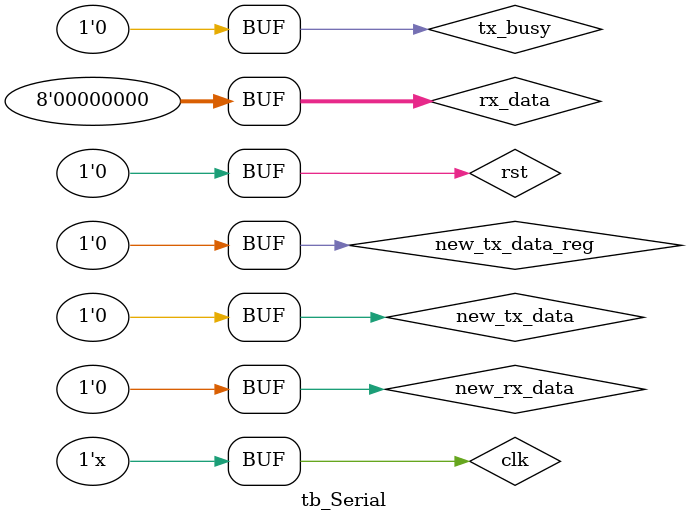
<source format=v>
`timescale 1ns / 1ps
module tb_Serial;
//parameter widthbig = 127; 
//parameter width = 31;
parameter delay =10;
    // Inputs
    //reg signed [widthbig:0] A;
    //reg signed [widthbig:0] B;
	/* reg signed [width:0] res1;
	 reg signed [width:0] res2;
	 reg signed [width:0] res3;
	 reg signed [width:0] res4;*/
    // Outputs
   // wire signed [widthbig:0] Res;
	// wire signed [width:0] Res2;
	// reg signed [31:0]temp = 32'b1;
	
	reg clk = 0;
	reg rst = 0;
	reg new_rx_data =0; 
    wire signed[7:0] tx_data;
    wire new_tx_data;
    reg tx_busy;
    reg signed [7:0] rx_data;
	 reg new_tx_data_reg;
    assign new_tx_data = new_tx_data_reg;
    // Instantiate the Unit Under Test (UUT)
	 wire [7:0]ledout;
	 
  message_printer helloWorldPrinter (
    .clk(clk),
    .rst(rst),
    .tx_data(tx_data),
    .new_tx_data(new_tx_data),
    .tx_busy(tx_busy),
    .rx_data(rx_data),
    .new_rx_data(new_rx_data),
	 .ledout(ledout)
  );
	 
   
    initial begin
        // Apply Inputs
		  new_tx_data_reg = 1'b0; 
		  tx_busy = 1'b0;
		  rst = 1'b0;
		  new_rx_data = 1'b0;
		  rx_data = "h";
		  #20;
		  new_rx_data = 1'b1;
		  #delay;
		  new_rx_data = 1'b0;
		  rx_data = 8'hB1;//"9";
		  #delay;
		  new_rx_data = 1'b1;
		  #delay;
		  new_rx_data = 1'b0;
		  rx_data = 8'h08;//"9";
		  #delay;
		  new_rx_data = 1'b1;
		  #delay;
		  new_rx_data = 1'b0;
		  rx_data = 8'h0;
		  #delay;
		  new_rx_data = 1'b1;
		  #delay;
		  new_rx_data = 1'b0;
		   rx_data = 8'h0;
		  #delay;
		  new_rx_data = 1'b1;
		  #delay;
		    new_rx_data = 1'b0;
		  #delay;
		  #8000
		  
		  new_rx_data = 1'b0;
		  rx_data = "h";
		  #20;
		  new_rx_data = 1'b1;
		  #delay;
		  new_rx_data = 1'b0;
		  rx_data = 8'hB1;//"9";
		  #delay;
		  new_rx_data = 1'b1;
		  #delay;
		  new_rx_data = 1'b0;
		  rx_data = 8'h08;//"9";
		  #delay;
		  new_rx_data = 1'b1;
		  #delay;
		  new_rx_data = 1'b0;
		  rx_data = 8'h0;
		  #delay;
		  new_rx_data = 1'b1;
		  #delay;
		  new_rx_data = 1'b0;
		   rx_data = 8'h0;
		  #delay;
		  new_rx_data = 1'b1;
		  #delay;
		    new_rx_data = 1'b0;
		  #delay;
		  
/*		  new_rx_data = 1'b1;
		  #delay;
		  new_rx_data = 1'b0;
		  rx_data = "1";
		  #delay;
		  new_rx_data = 1'b1;
		  #delay;
		  new_rx_data = 1'b0;
		  rx_data = "2";
		  #delay;
		  new_rx_data = 1'b1;
		  #delay;
		  new_rx_data = 1'b0;
		  rx_data = "3";
		  #delay;
		  new_rx_data = 1'b1;
		  #delay;
		  new_rx_data = 1'b0;
		  rx_data = "0";
		  #delay;
		  new_rx_data = 1'b1;
		  #delay;
		  new_rx_data = 1'b0;
		  rx_data = "0";
		  #delay;
		  new_rx_data = 1'b1;
		  #delay;
		  new_rx_data = 1'b0;
		  rx_data = "0";
		  #delay;
		  new_rx_data = 1'b1;
		  #delay;
		  new_rx_data = 1'b0;
		  rx_data = "1";
		  #delay;
		  new_rx_data = 1'b1;
		  #delay;
		  new_rx_data = 1'b0;
		  rx_data = "g";
		  #delay;
		  new_rx_data = 1'b1;
		  #delay;*/
		  
/*		  #8000
		   new_tx_data_reg = 1'b0; 
		  tx_busy = 1'b0;
		  rst = 1'b0;
		  new_rx_data = 1'b0;
		  rx_data = "h";
		  #20;
		  new_rx_data = 1'b1;
		  #delay;
		  new_rx_data = 1'b0;
		  rx_data = "1";
		  #delay;
		  new_rx_data = 1'b1;
		  #delay;
		  new_rx_data = 1'b0;
		  rx_data = "8";
		  #delay;
		  new_rx_data = 1'b1;
		  #delay;
		  new_rx_data = 1'b0;
		  rx_data = "3";
		  #delay;
		  new_rx_data = 1'b1;
		  #delay;
		  new_rx_data = 1'b0;
		  rx_data = "4";
		  #delay;
		  new_rx_data = 1'b1;
		  #delay;
		  new_rx_data = 1'b0;
		  rx_data = "5";
		  #delay;
		  new_rx_data = 1'b1;
		  #delay;
		  new_rx_data = 1'b0;
		  rx_data = "6";
		  #delay;
		  new_rx_data = 1'b1;
		  #delay;
		  new_rx_data = 1'b0;
		  rx_data = "7";
		  #delay;
		  new_rx_data = 1'b1;
		  #delay;
		  new_rx_data = 1'b0;
		  rx_data = "8";
		  #delay;
		  new_rx_data = 1'b1;
		  #delay;
		  new_rx_data = 1'b0;
		  rx_data = "g";
		  #delay;
		  new_rx_data = 1'b1;
		  #delay;*/
		  
        /*A = {-32'd1,32'd2,32'd3,32'd4};
        B = {32'd1,32'd2 ,32'd3,32'd4};
		  #10;
        A = {-32'd2,32'd3,32'd3,32'd4};
        B = {32'd2,32'd3 ,32'd3,32'd4};*/
    end
 /*   always@ (A or B)
    begin
		//{res1, res2, res3,  res4} = Res;
		  temp = temp + 1;
	 	  A = {-32'd1,32'd2,32'd3,32'd4};
        B = {32'd1,32'd2 ,32'd3,temp};
		
	 end*/
	  always 
      #5  clk =  ! clk; 
endmodule

</source>
